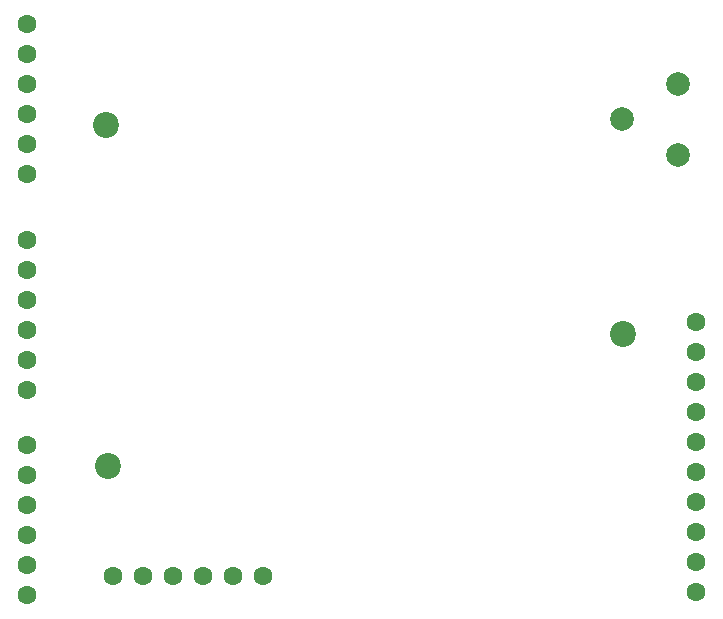
<source format=gbr>
G04 #@! TF.FileFunction,Soldermask,Bot*
%FSLAX46Y46*%
G04 Gerber Fmt 4.6, Leading zero omitted, Abs format (unit mm)*
G04 Created by KiCad (PCBNEW 4.0.2-stable) date 3/8/2017 2:36:32 PM*
%MOMM*%
G01*
G04 APERTURE LIST*
%ADD10C,0.100000*%
%ADD11C,1.600000*%
%ADD12C,2.200000*%
%ADD13C,2.000000*%
G04 APERTURE END LIST*
D10*
D11*
X37000000Y-81800000D03*
X34460000Y-81800000D03*
X31920000Y-81800000D03*
X29380000Y-81800000D03*
X26840000Y-81800000D03*
X24300000Y-81800000D03*
X17000000Y-47800000D03*
X17000000Y-45260000D03*
X17000000Y-42720000D03*
X17000000Y-40180000D03*
X17000000Y-37640000D03*
X17000000Y-35100000D03*
X17000000Y-66100000D03*
X17000000Y-63560000D03*
X17000000Y-61020000D03*
X17000000Y-58480000D03*
X17000000Y-55940000D03*
X17000000Y-53400000D03*
X17000000Y-83400000D03*
X17000000Y-80860000D03*
X17000000Y-78320000D03*
X17000000Y-75780000D03*
X17000000Y-73240000D03*
X17000000Y-70700000D03*
X73700000Y-78080000D03*
X73700000Y-80620000D03*
X73700000Y-83160000D03*
X73700000Y-60300000D03*
X73700000Y-62840000D03*
X73700000Y-65380000D03*
X73700000Y-67920000D03*
X73700000Y-70460000D03*
X73700000Y-73000000D03*
X73700000Y-75540000D03*
D12*
X67480000Y-61330000D03*
X23850000Y-72500000D03*
X23720000Y-43610000D03*
D13*
X72136000Y-46132000D03*
X67436000Y-43132000D03*
X72136000Y-40132000D03*
M02*

</source>
